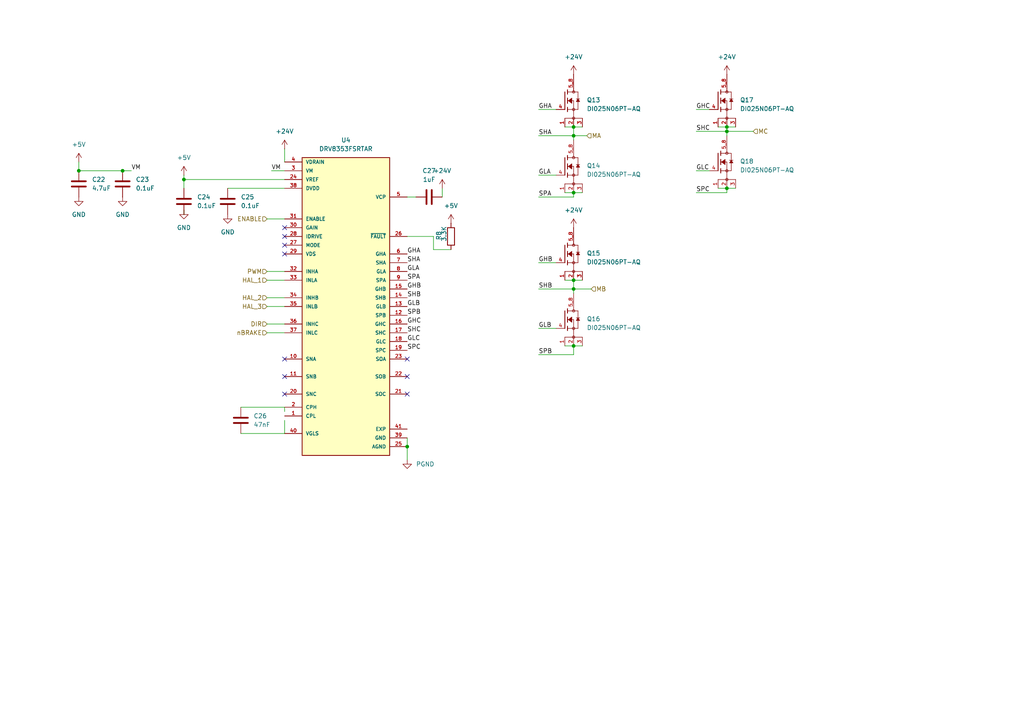
<source format=kicad_sch>
(kicad_sch (version 20231120) (generator "eeschema") (generator_version "8.0")
  (paper "A4")
  (lib_symbols
    (symbol "DI025N06PT-AQ:DI025N06PT-AQ" (pin_names (offset 1.016))
      (property "Reference" "Q" (at 5.08 1.27 0))
      (property "Value" "DI025N06PT-AQ" (at 5.08 -1.27 0))
      (symbol "DI025N06PT-AQ_0_0"
        (polyline (pts (xy 0 -5.08) (xy 2.54 -5.08)) (stroke (width 0.1524)))
        (polyline (pts (xy 0 2.54) (xy 0 -2.54)) (stroke (width 0.254)))
        (polyline (pts (xy 0.762 -2.54) (xy 0.762 -3.175)) (stroke (width 0.254)))
        (polyline (pts (xy 0.762 -1.905) (xy 0.762 -2.54)) (stroke (width 0.254)))
        (polyline (pts (xy 0.762 0) (xy 0.762 -0.762)) (stroke (width 0.254)))
        (polyline (pts (xy 0.762 0) (xy 2.54 0)) (stroke (width 0.1524)))
        (polyline (pts (xy 0.762 0.762) (xy 0.762 0)) (stroke (width 0.254)))
        (polyline (pts (xy 0.762 2.54) (xy 0.762 1.905)) (stroke (width 0.254)))
        (polyline (pts (xy 0.762 2.54) (xy 3.81 2.54)) (stroke (width 0.1524)))
        (polyline (pts (xy 0.762 3.175) (xy 0.762 2.54)) (stroke (width 0.254)))
        (polyline (pts (xy 2.54 -5.08) (xy 5.08 -5.08)) (stroke (width 0.1524)))
        (polyline (pts (xy 2.54 -2.54) (xy 0.762 -2.54)) (stroke (width 0.1524)))
        (polyline (pts (xy 2.54 -2.54) (xy 2.54 -5.08)) (stroke (width 0.1524)))
        (polyline (pts (xy 2.54 -2.54) (xy 3.81 -2.54)) (stroke (width 0.1524)))
        (polyline (pts (xy 2.54 0) (xy 2.54 -2.54)) (stroke (width 0.1524)))
        (polyline (pts (xy 3.81 0.508) (xy 3.302 0.508)) (stroke (width 0.1524)))
        (polyline (pts (xy 3.81 0.508) (xy 3.81 -2.54)) (stroke (width 0.1524)))
        (polyline (pts (xy 3.81 2.54) (xy 3.81 0.508)) (stroke (width 0.1524)))
        (polyline (pts (xy 4.318 0.508) (xy 3.81 0.508)) (stroke (width 0.1524)))
        (polyline (pts (xy 1.016 0) (xy 2.032 0.762) (xy 2.032 -0.762) (xy 1.016 0)) (stroke (width 0.1524)) (fill (type outline)))
        (polyline (pts (xy 3.81 0.508) (xy 3.302 -0.254) (xy 4.318 -0.254) (xy 3.81 0.508)) (stroke (width 0.1524)) (fill (type outline)))
        (circle (center 2.54 -5.08) (radius 0.3592))
        (circle (center 2.54 -2.54) (radius 0.3592))
        (circle (center 2.54 2.54) (radius 0.3592))
        (pin passive line (at 0 -7.62 90) (length 2.54) (name "~") (number "1"))
        (pin passive line (at 2.54 -7.62 90) (length 2.54) (name "~") (number "2"))
        (pin passive line (at 5.08 -7.62 90) (length 2.54) (name "~") (number "3"))
        (pin passive line (at -2.54 -2.54 0) (length 2.54) (name "~") (number "4"))
        (pin passive line (at 2.54 7.62 270) (length 5.08) (name "~") (number "5_8"))
      )
    )
    (symbol "DRV8353HRTAT:DRV8353HRTAT" (pin_names (offset 1.016))
      (property "Reference" "U3" (at 0 48.26 0))
      (property "Value" "DRV8353FSRTAR" (at 0 45.72 0))
      (symbol "DRV8353HRTAT_0_0"
        (rectangle (start -12.7 43.18) (end 12.7 -43.18) (stroke (width 0.254)) (fill (type background)))
        (pin passive line (at -17.78 -31.75 0) (length 5.08) (name "CPL") (number "1"))
        (pin input line (at -17.78 -15.24 0) (length 5.08) (name "SNA") (number "10"))
        (pin input line (at -17.78 -20.32 0) (length 5.08) (name "SNB") (number "11"))
        (pin input line (at 17.78 -2.54 180) (length 5.08) (name "SPB") (number "12"))
        (pin output line (at 17.78 0 180) (length 5.08) (name "GLB") (number "13"))
        (pin input line (at 17.78 2.54 180) (length 5.08) (name "SHB") (number "14"))
        (pin output line (at 17.78 5.08 180) (length 5.08) (name "GHB") (number "15"))
        (pin output line (at 17.78 -5.08 180) (length 5.08) (name "GHC") (number "16"))
        (pin input line (at 17.78 -7.62 180) (length 5.08) (name "SHC") (number "17"))
        (pin output line (at 17.78 -10.16 180) (length 5.08) (name "GLC") (number "18"))
        (pin input line (at 17.78 -12.7 180) (length 5.08) (name "SPC") (number "19"))
        (pin passive line (at -17.78 -29.21 0) (length 5.08) (name "CPH") (number "2"))
        (pin input line (at -17.78 -25.4 0) (length 5.08) (name "SNC") (number "20"))
        (pin output line (at 17.78 -25.4 180) (length 5.08) (name "SOC") (number "21"))
        (pin output line (at 17.78 -20.32 180) (length 5.08) (name "SOB") (number "22"))
        (pin output line (at 17.78 -15.24 180) (length 5.08) (name "SOA") (number "23"))
        (pin power_in line (at -17.78 36.83 0) (length 5.08) (name "VREF") (number "24"))
        (pin power_in line (at 17.78 -40.64 180) (length 5.08) (name "AGND") (number "25"))
        (pin output line (at 17.78 20.32 180) (length 5.08) (name "~{FAULT}") (number "26"))
        (pin input line (at -17.78 17.78 0) (length 5.08) (name "MODE") (number "27"))
        (pin input line (at -17.78 20.32 0) (length 5.08) (name "IDRIVE") (number "28"))
        (pin input line (at -17.78 15.24 0) (length 5.08) (name "VDS") (number "29"))
        (pin power_in line (at -17.78 39.37 0) (length 5.08) (name "VM") (number "3"))
        (pin input line (at -17.78 22.86 0) (length 5.08) (name "GAIN") (number "30"))
        (pin input line (at -17.78 25.4 0) (length 5.08) (name "ENABLE") (number "31"))
        (pin input line (at -17.78 10.16 0) (length 5.08) (name "INHA") (number "32"))
        (pin input line (at -17.78 7.62 0) (length 5.08) (name "INLA") (number "33"))
        (pin input line (at -17.78 2.54 0) (length 5.08) (name "INHB") (number "34"))
        (pin input line (at -17.78 0 0) (length 5.08) (name "INLB") (number "35"))
        (pin input line (at -17.78 -5.08 0) (length 5.08) (name "INHC") (number "36"))
        (pin input line (at -17.78 -7.62 0) (length 5.08) (name "INLC") (number "37"))
        (pin power_in line (at -17.78 34.29 0) (length 5.08) (name "DVDD") (number "38"))
        (pin power_in line (at 17.78 -38.1 180) (length 5.08) (name "GND") (number "39"))
        (pin input line (at -17.78 41.91 0) (length 5.08) (name "VDRAIN") (number "4"))
        (pin output line (at -17.78 -36.83 0) (length 5.08) (name "VGLS") (number "40"))
        (pin power_in line (at 17.78 -35.56 180) (length 5.08) (name "EXP") (number "41"))
        (pin output line (at 17.78 31.75 180) (length 5.08) (name "VCP") (number "5"))
        (pin output line (at 17.78 15.24 180) (length 5.08) (name "GHA") (number "6"))
        (pin input line (at 17.78 12.7 180) (length 5.08) (name "SHA") (number "7"))
        (pin output line (at 17.78 10.16 180) (length 5.08) (name "GLA") (number "8"))
        (pin input line (at 17.78 7.62 180) (length 5.08) (name "SPA") (number "9"))
      )
    )
    (symbol "Device:C" (pin_numbers hide) (pin_names (offset 0.254))
      (property "Reference" "C" (at 0.635 2.54 0))
      (property "Value" "C" (at 0.635 -2.54 0))
      (symbol "C_0_1"
        (polyline (pts (xy -2.032 -0.762) (xy 2.032 -0.762)) (stroke (width 0.508)))
        (polyline (pts (xy -2.032 0.762) (xy 2.032 0.762)) (stroke (width 0.508)))
      )
      (symbol "C_1_1"
        (pin passive line (at 0 3.81 270) (length 2.794) (name "~") (number "1"))
        (pin passive line (at 0 -3.81 90) (length 2.794) (name "~") (number "2"))
      )
    )
    (symbol "Device:R" (pin_numbers hide) (pin_names (offset 0))
      (property "Reference" "R" (at 2.032 0 90))
      (property "Value" "R" (at 0 0 90))
      (symbol "R_0_1"
        (rectangle (start -1.016 -2.54) (end 1.016 2.54) (stroke (width 0.254)))
      )
      (symbol "R_1_1"
        (pin passive line (at 0 3.81 270) (length 1.27) (name "~") (number "1"))
        (pin passive line (at 0 -3.81 90) (length 1.27) (name "~") (number "2"))
      )
    )
    (symbol "power:+5V" (power) (pin_numbers hide) (pin_names (offset 0) hide)
      (property "Value" "+5V" (at 0 3.556 0))
      (symbol "+5V_0_1"
        (polyline (pts (xy -0.762 1.27) (xy 0 2.54)))
        (polyline (pts (xy 0 0) (xy 0 2.54)))
        (polyline (pts (xy 0 2.54) (xy 0.762 1.27)))
      )
      (symbol "+5V_1_1"
        (pin power_in line (at 0 0 90) (length 0) (name "~") (number "1"))
      )
    )
    (symbol "power:GND" (power) (pin_numbers hide) (pin_names (offset 0) hide)
      (property "Value" "GND" (at 0 -3.81 0))
      (symbol "GND_0_1"
        (polyline (pts (xy 0 0) (xy 0 -1.27) (xy 1.27 -1.27) (xy 0 -2.54) (xy -1.27 -1.27) (xy 0 -1.27)))
      )
      (symbol "GND_1_1"
        (pin power_in line (at 0 0 270) (length 0) (name "~") (number "1"))
      )
    )
    (symbol "power:VDD" (power) (pin_numbers hide) (pin_names (offset 0) hide)
      (property "Value" "VDD" (at 0 3.556 0))
      (symbol "VDD_0_1"
        (polyline (pts (xy -0.762 1.27) (xy 0 2.54)))
        (polyline (pts (xy 0 0) (xy 0 2.54)))
        (polyline (pts (xy 0 2.54) (xy 0.762 1.27)))
      )
      (symbol "VDD_1_1"
        (pin power_in line (at 0 0 90) (length 0) (name "~") (number "1"))
      )
    )
  )
  (junction (at 166.37 83.82))
  (junction (at 166.37 81.28))
  (junction (at 166.37 100.33))
  (junction (at 22.86 49.53))
  (junction (at 166.37 55.88))
  (junction (at 210.82 38.1))
  (junction (at 210.82 36.83))
  (junction (at 53.34 52.07))
  (junction (at 35.56 49.53))
  (junction (at 166.37 39.37))
  (junction (at 118.11 129.54))
  (junction (at 210.82 54.61))
  (junction (at 166.37 36.83))
  (no_connect (at 118.11 104.14))
  (no_connect (at 118.11 109.22))
  (no_connect (at 118.11 114.3))
  (no_connect (at 82.55 66.04))
  (no_connect (at 82.55 73.66))
  (no_connect (at 82.55 109.22))
  (no_connect (at 82.55 71.12))
  (no_connect (at 82.55 68.58))
  (no_connect (at 82.55 114.3))
  (no_connect (at 82.55 104.14))
  (wire (pts (xy 69.85 125.73) (xy 82.55 125.73)))
  (wire (pts (xy 166.37 100.33) (xy 166.37 102.87)))
  (wire (pts (xy 213.36 36.83) (xy 210.82 36.83)))
  (wire (pts (xy 53.34 50.8) (xy 53.34 52.07)))
  (wire (pts (xy 163.83 55.88) (xy 166.37 55.88)))
  (wire (pts (xy 166.37 55.88) (xy 168.91 55.88)))
  (wire (pts (xy 156.21 76.2) (xy 161.29 76.2)))
  (wire (pts (xy 166.37 81.28) (xy 168.91 81.28)))
  (wire (pts (xy 210.82 54.61) (xy 210.82 55.88)))
  (wire (pts (xy 69.85 118.11) (xy 82.55 118.11)))
  (wire (pts (xy 130.81 72.39) (xy 125.73 72.39)))
  (wire (pts (xy 156.21 31.75) (xy 161.29 31.75)))
  (wire (pts (xy 208.28 54.61) (xy 210.82 54.61)))
  (wire (pts (xy 82.55 121.92) (xy 82.55 125.73)))
  (wire (pts (xy 118.11 57.15) (xy 120.65 57.15)))
  (wire (pts (xy 166.37 39.37) (xy 166.37 40.64)))
  (wire (pts (xy 166.37 100.33) (xy 168.91 100.33)))
  (wire (pts (xy 201.93 31.75) (xy 205.74 31.75)))
  (wire (pts (xy 53.34 52.07) (xy 82.55 52.07)))
  (wire (pts (xy 77.47 88.9) (xy 82.55 88.9)))
  (wire (pts (xy 201.93 49.53) (xy 205.74 49.53)))
  (wire (pts (xy 210.82 38.1) (xy 218.44 38.1)))
  (wire (pts (xy 156.21 57.15) (xy 166.37 57.15)))
  (wire (pts (xy 163.83 81.28) (xy 166.37 81.28)))
  (wire (pts (xy 82.55 118.11) (xy 82.55 119.38)))
  (wire (pts (xy 22.86 49.53) (xy 35.56 49.53)))
  (wire (pts (xy 156.21 102.87) (xy 166.37 102.87)))
  (wire (pts (xy 156.21 95.25) (xy 161.29 95.25)))
  (wire (pts (xy 166.37 83.82) (xy 166.37 85.09)))
  (wire (pts (xy 77.47 81.28) (xy 82.55 81.28)))
  (wire (pts (xy 77.47 96.52) (xy 82.55 96.52)))
  (wire (pts (xy 118.11 127) (xy 118.11 129.54)))
  (wire (pts (xy 166.37 81.28) (xy 166.37 83.82)))
  (wire (pts (xy 166.37 83.82) (xy 171.45 83.82)))
  (wire (pts (xy 156.21 39.37) (xy 166.37 39.37)))
  (wire (pts (xy 166.37 36.83) (xy 168.91 36.83)))
  (wire (pts (xy 210.82 36.83) (xy 210.82 38.1)))
  (wire (pts (xy 118.11 129.54) (xy 118.11 133.35)))
  (wire (pts (xy 77.47 78.74) (xy 82.55 78.74)))
  (wire (pts (xy 156.21 50.8) (xy 161.29 50.8)))
  (wire (pts (xy 210.82 36.83) (xy 208.28 36.83)))
  (wire (pts (xy 35.56 49.53) (xy 38.1 49.53)))
  (wire (pts (xy 125.73 72.39) (xy 125.73 68.58)))
  (wire (pts (xy 77.47 63.5) (xy 82.55 63.5)))
  (wire (pts (xy 210.82 38.1) (xy 210.82 39.37)))
  (wire (pts (xy 166.37 55.88) (xy 166.37 57.15)))
  (wire (pts (xy 125.73 68.58) (xy 118.11 68.58)))
  (wire (pts (xy 66.04 54.61) (xy 82.55 54.61)))
  (wire (pts (xy 163.83 36.83) (xy 166.37 36.83)))
  (wire (pts (xy 201.93 38.1) (xy 210.82 38.1)))
  (wire (pts (xy 77.47 93.98) (xy 82.55 93.98)))
  (wire (pts (xy 201.93 55.88) (xy 210.82 55.88)))
  (wire (pts (xy 82.55 43.18) (xy 82.55 46.99)))
  (wire (pts (xy 77.47 86.36) (xy 82.55 86.36)))
  (wire (pts (xy 156.21 83.82) (xy 166.37 83.82)))
  (wire (pts (xy 53.34 62.23) (xy 53.34 60.96)))
  (wire (pts (xy 166.37 39.37) (xy 170.18 39.37)))
  (wire (pts (xy 166.37 100.33) (xy 163.83 100.33)))
  (wire (pts (xy 78.74 49.53) (xy 82.55 49.53)))
  (wire (pts (xy 210.82 54.61) (xy 213.36 54.61)))
  (wire (pts (xy 128.27 54.61) (xy 128.27 57.15)))
  (wire (pts (xy 166.37 36.83) (xy 166.37 39.37)))
  (wire (pts (xy 53.34 52.07) (xy 53.34 54.61)))
  (wire (pts (xy 22.86 46.99) (xy 22.86 49.53)))
  (label "SHC" (at 118.11 96.52 0))
  (label "GHC" (at 201.93 31.75 0))
  (label "GHA" (at 156.21 31.75 0))
  (label "SPB" (at 118.11 91.44 0))
  (label "GLC" (at 118.11 99.06 0))
  (label "GHB" (at 118.11 83.82 0))
  (label "GLB" (at 156.21 95.25 0))
  (label "SPA" (at 118.11 81.28 0))
  (label "GHA" (at 118.11 73.66 0))
  (label "SHB" (at 156.21 83.82 0))
  (label "GLA" (at 156.21 50.8 0))
  (label "VM" (at 78.74 49.53 0))
  (label "SHC" (at 201.93 38.1 0))
  (label "SHA" (at 156.21 39.37 0))
  (label "SPA" (at 156.21 57.15 0))
  (label "VM" (at 38.1 49.53 0))
  (label "GLA" (at 118.11 78.74 0))
  (label "GHC" (at 118.11 93.98 0))
  (label "SHB" (at 118.11 86.36 0))
  (label "GHB" (at 156.21 76.2 0))
  (label "SPC" (at 118.11 101.6 0))
  (label "SPC" (at 201.93 55.88 0))
  (label "SPB" (at 156.21 102.87 0))
  (label "GLB" (at 118.11 88.9 0))
  (label "GLC" (at 201.93 49.53 0))
  (label "SHA" (at 118.11 76.2 0))
  (hierarchical_label "PWM" (shape input) (at 77.47 78.74 180))
  (hierarchical_label "HAL_3" (shape input) (at 77.47 88.9 180))
  (hierarchical_label "nBRAKE" (shape input) (at 77.47 96.52 180))
  (hierarchical_label "MA" (shape input) (at 170.18 39.37 0))
  (hierarchical_label "MC" (shape input) (at 218.44 38.1 0))
  (hierarchical_label "HAL_2" (shape input) (at 77.47 86.36 180))
  (hierarchical_label "MB" (shape input) (at 171.45 83.82 0))
  (hierarchical_label "ENABLE" (shape input) (at 77.47 63.5 180))
  (hierarchical_label "HAL_1" (shape input) (at 77.47 81.28 180))
  (hierarchical_label "DIR" (shape input) (at 77.47 93.98 180))
  (symbol (lib_id "DI025N06PT-AQ:DI025N06PT-AQ") (at 163.83 29.21 0) (unit 1)
    (property "Reference" "Q13" (at 170.18 29.0085 0) (effects (justify left)))
    (property "Value" "DI025N06PT-AQ" (at 170.18 31.5485 0) (effects (justify left)))
    (property "Footprint" "DI025N06PT-AQ:TRANS_DI025N06PT-AQ" (effects (hide yes)))
    (property "MF" "Diotec Semiconductor" (effects (hide yes)))
    (property "MAXIMUM_PACKAGE_HEIGHT" "0.9mm" (effects (hide yes)))
    (property "Package" "POWERQFN 3X3 Diotec" (effects (hide yes)))
    (property "Price" "None" (effects (hide yes)))
    (property "Check_prices" "https://www.snapeda.com/parts/DI025N06PT-AQ/Diotec/view-part/?ref=eda" (effects (hide yes)))
    (property "STANDARD" "Manufacturer Recommendations" (effects (hide yes)))
    (property "PARTREV" "2024-05-24" (effects (hide yes)))
    (property "SnapEDA_Link" "https://www.snapeda.com/parts/DI025N06PT-AQ/Diotec/view-part/?ref=snap" (effects (hide yes)))
    (property "MP" "DI025N06PT-AQ" (effects (hide yes)))
    (property "Description_1" "\n                        \n                            MOSFET, PowerQFN 3x3, N, 65V, 25A, 0.02Ω, 150°C, AEC-Q101\n                        \n" (effects (hide yes)))
    (property "Availability" "In Stock" (effects (hide yes)))
    (property "MANUFACTURER" "Diotec Semiconductor" (effects (hide yes)))
    (instances (project "Wheelbase" (path "" (reference "Q13") (unit 1)) (path "" (reference "Q1") (unit 1)) (path "" (reference "Q7") (unit 1))))
  )
  (symbol (lib_id "Device:C") (at 66.04 58.42 0) (unit 1)
    (property "Reference" "C25" (at 69.85 57.1499 0) (effects (justify left)))
    (property "Value" "0.1uF" (at 69.85 59.6899 0) (effects (justify left)))
    (property "Footprint" "Capacitor_SMD:C_0603_1608Metric_Pad1.08x0.95mm_HandSolder" (effects (hide yes)))
    (property "Description" "Unpolarized capacitor" (effects (hide yes)))
    (instances (project "Wheelbase" (path "" (reference "C25") (unit 1)) (path "" (reference "C7") (unit 1)) (path "" (reference "C19") (unit 1))))
  )
  (symbol (lib_id "DI025N06PT-AQ:DI025N06PT-AQ") (at 163.83 73.66 0) (unit 1)
    (property "Reference" "Q15" (at 170.18 73.4585 0) (effects (justify left)))
    (property "Value" "DI025N06PT-AQ" (at 170.18 75.9985 0) (effects (justify left)))
    (property "Footprint" "DI025N06PT-AQ:TRANS_DI025N06PT-AQ" (effects (hide yes)))
    (property "MF" "Diotec Semiconductor" (effects (hide yes)))
    (property "MAXIMUM_PACKAGE_HEIGHT" "0.9mm" (effects (hide yes)))
    (property "Package" "POWERQFN 3X3 Diotec" (effects (hide yes)))
    (property "Price" "None" (effects (hide yes)))
    (property "Check_prices" "https://www.snapeda.com/parts/DI025N06PT-AQ/Diotec/view-part/?ref=eda" (effects (hide yes)))
    (property "STANDARD" "Manufacturer Recommendations" (effects (hide yes)))
    (property "PARTREV" "2024-05-24" (effects (hide yes)))
    (property "SnapEDA_Link" "https://www.snapeda.com/parts/DI025N06PT-AQ/Diotec/view-part/?ref=snap" (effects (hide yes)))
    (property "MP" "DI025N06PT-AQ" (effects (hide yes)))
    (property "Description_1" "\n                        \n                            MOSFET, PowerQFN 3x3, N, 65V, 25A, 0.02Ω, 150°C, AEC-Q101\n                        \n" (effects (hide yes)))
    (property "Availability" "In Stock" (effects (hide yes)))
    (property "MANUFACTURER" "Diotec Semiconductor" (effects (hide yes)))
    (instances (project "Wheelbase" (path "" (reference "Q15") (unit 1)) (path "" (reference "Q3") (unit 1)) (path "" (reference "Q9") (unit 1))))
  )
  (symbol (lib_id "power:VDD") (at 210.82 21.59 0) (unit 1)
    (property "Reference" "#PWR054" (effects (hide yes)))
    (property "Value" "+24V" (at 210.82 16.51 0))
    (property "Description" "Power symbol creates a global label with name \"VDD\"" (effects (hide yes)))
    (instances (project "Wheelbase" (path "" (reference "#PWR054") (unit 1)) (path "" (reference "#PWR014") (unit 1)) (path "" (reference "#PWR041") (unit 1))))
  )
  (symbol (lib_id "power:VDD") (at 128.27 54.61 0) (unit 1)
    (property "Reference" "#PWR050" (effects (hide yes)))
    (property "Value" "+24V" (at 128.27 49.53 0))
    (property "Description" "Power symbol creates a global label with name \"VDD\"" (effects (hide yes)))
    (instances (project "Wheelbase" (path "" (reference "#PWR050") (unit 1)) (path "" (reference "#PWR022") (unit 1)) (path "" (reference "#PWR037") (unit 1))))
  )
  (symbol (lib_id "DI025N06PT-AQ:DI025N06PT-AQ") (at 163.83 48.26 0) (unit 1)
    (property "Reference" "Q14" (at 170.18 48.0585 0) (effects (justify left)))
    (property "Value" "DI025N06PT-AQ" (at 170.18 50.5985 0) (effects (justify left)))
    (property "Footprint" "DI025N06PT-AQ:TRANS_DI025N06PT-AQ" (effects (hide yes)))
    (property "MF" "Diotec Semiconductor" (effects (hide yes)))
    (property "MAXIMUM_PACKAGE_HEIGHT" "0.9mm" (effects (hide yes)))
    (property "Package" "POWERQFN 3X3 Diotec" (effects (hide yes)))
    (property "Price" "None" (effects (hide yes)))
    (property "Check_prices" "https://www.snapeda.com/parts/DI025N06PT-AQ/Diotec/view-part/?ref=eda" (effects (hide yes)))
    (property "STANDARD" "Manufacturer Recommendations" (effects (hide yes)))
    (property "PARTREV" "2024-05-24" (effects (hide yes)))
    (property "SnapEDA_Link" "https://www.snapeda.com/parts/DI025N06PT-AQ/Diotec/view-part/?ref=snap" (effects (hide yes)))
    (property "MP" "DI025N06PT-AQ" (effects (hide yes)))
    (property "Description_1" "\n                        \n                            MOSFET, PowerQFN 3x3, N, 65V, 25A, 0.02Ω, 150°C, AEC-Q101\n                        \n" (effects (hide yes)))
    (property "Availability" "In Stock" (effects (hide yes)))
    (property "MANUFACTURER" "Diotec Semiconductor" (effects (hide yes)))
    (instances (project "Wheelbase" (path "" (reference "Q14") (unit 1)) (path "" (reference "Q2") (unit 1)) (path "" (reference "Q8") (unit 1))))
  )
  (symbol (lib_id "Device:C") (at 22.86 53.34 0) (unit 1)
    (property "Reference" "C22" (at 26.67 52.0699 0) (effects (justify left)))
    (property "Value" "4.7uF" (at 26.67 54.6099 0) (effects (justify left)))
    (property "Footprint" "Capacitor_SMD:C_0603_1608Metric_Pad1.08x0.95mm_HandSolder" (effects (hide yes)))
    (property "Description" "Unpolarized capacitor" (effects (hide yes)))
    (instances (project "Wheelbase" (path "" (reference "C22") (unit 1)) (path "" (reference "C4") (unit 1)) (path "" (reference "C16") (unit 1))))
  )
  (symbol (lib_id "power:GND") (at 53.34 60.96 0) (unit 1)
    (property "Reference" "#PWR046" (effects (hide yes)))
    (property "Value" "GND" (at 53.34 66.04 0))
    (property "Description" "Power symbol creates a global label with name \"GND\" , ground" (effects (hide yes)))
    (instances (project "Wheelbase" (path "" (reference "#PWR046") (unit 1)) (path "" (reference "#PWR019") (unit 1)) (path "" (reference "#PWR033") (unit 1))))
  )
  (symbol (lib_id "power:VDD") (at 166.37 66.04 0) (unit 1)
    (property "Reference" "#PWR053" (effects (hide yes)))
    (property "Value" "+24V" (at 166.37 60.96 0))
    (property "Description" "Power symbol creates a global label with name \"VDD\"" (effects (hide yes)))
    (instances (project "Wheelbase" (path "" (reference "#PWR053") (unit 1)) (path "" (reference "#PWR013") (unit 1)) (path "" (reference "#PWR040") (unit 1))))
  )
  (symbol (lib_id "DI025N06PT-AQ:DI025N06PT-AQ") (at 208.28 46.99 0) (unit 1)
    (property "Reference" "Q18" (at 214.63 46.7885 0) (effects (justify left)))
    (property "Value" "DI025N06PT-AQ" (at 214.63 49.3285 0) (effects (justify left)))
    (property "Footprint" "DI025N06PT-AQ:TRANS_DI025N06PT-AQ" (effects (hide yes)))
    (property "MF" "Diotec Semiconductor" (effects (hide yes)))
    (property "MAXIMUM_PACKAGE_HEIGHT" "0.9mm" (effects (hide yes)))
    (property "Package" "POWERQFN 3X3 Diotec" (effects (hide yes)))
    (property "Price" "None" (effects (hide yes)))
    (property "Check_prices" "https://www.snapeda.com/parts/DI025N06PT-AQ/Diotec/view-part/?ref=eda" (effects (hide yes)))
    (property "STANDARD" "Manufacturer Recommendations" (effects (hide yes)))
    (property "PARTREV" "2024-05-24" (effects (hide yes)))
    (property "SnapEDA_Link" "https://www.snapeda.com/parts/DI025N06PT-AQ/Diotec/view-part/?ref=snap" (effects (hide yes)))
    (property "MP" "DI025N06PT-AQ" (effects (hide yes)))
    (property "Description_1" "\n                        \n                            MOSFET, PowerQFN 3x3, N, 65V, 25A, 0.02Ω, 150°C, AEC-Q101\n                        \n" (effects (hide yes)))
    (property "Availability" "In Stock" (effects (hide yes)))
    (property "MANUFACTURER" "Diotec Semiconductor" (effects (hide yes)))
    (instances (project "Wheelbase" (path "" (reference "Q18") (unit 1)) (path "" (reference "Q6") (unit 1)) (path "" (reference "Q12") (unit 1))))
  )
  (symbol (lib_id "power:+5V") (at 130.81 64.77 0) (unit 1)
    (property "Reference" "#PWR051" (effects (hide yes)))
    (property "Value" "+5V" (at 130.81 59.69 0))
    (property "Description" "Power symbol creates a global label with name \"+5V\"" (effects (hide yes)))
    (instances (project "Wheelbase" (path "" (reference "#PWR051") (unit 1)) (path "" (reference "#PWR023") (unit 1)) (path "" (reference "#PWR038") (unit 1))))
  )
  (symbol (lib_id "DI025N06PT-AQ:DI025N06PT-AQ") (at 163.83 92.71 0) (unit 1)
    (property "Reference" "Q16" (at 170.18 92.5085 0) (effects (justify left)))
    (property "Value" "DI025N06PT-AQ" (at 170.18 95.0485 0) (effects (justify left)))
    (property "Footprint" "DI025N06PT-AQ:TRANS_DI025N06PT-AQ" (effects (hide yes)))
    (property "MF" "Diotec Semiconductor" (effects (hide yes)))
    (property "MAXIMUM_PACKAGE_HEIGHT" "0.9mm" (effects (hide yes)))
    (property "Package" "POWERQFN 3X3 Diotec" (effects (hide yes)))
    (property "Price" "None" (effects (hide yes)))
    (property "Check_prices" "https://www.snapeda.com/parts/DI025N06PT-AQ/Diotec/view-part/?ref=eda" (effects (hide yes)))
    (property "STANDARD" "Manufacturer Recommendations" (effects (hide yes)))
    (property "PARTREV" "2024-05-24" (effects (hide yes)))
    (property "SnapEDA_Link" "https://www.snapeda.com/parts/DI025N06PT-AQ/Diotec/view-part/?ref=snap" (effects (hide yes)))
    (property "MP" "DI025N06PT-AQ" (effects (hide yes)))
    (property "Description_1" "\n                        \n                            MOSFET, PowerQFN 3x3, N, 65V, 25A, 0.02Ω, 150°C, AEC-Q101\n                        \n" (effects (hide yes)))
    (property "Availability" "In Stock" (effects (hide yes)))
    (property "MANUFACTURER" "Diotec Semiconductor" (effects (hide yes)))
    (instances (project "Wheelbase" (path "" (reference "Q16") (unit 1)) (path "" (reference "Q4") (unit 1)) (path "" (reference "Q10") (unit 1))))
  )
  (symbol (lib_id "power:GND") (at 22.86 57.15 0) (unit 1)
    (property "Reference" "#PWR043" (effects (hide yes)))
    (property "Value" "GND" (at 22.86 62.23 0))
    (property "Description" "Power symbol creates a global label with name \"GND\" , ground" (effects (hide yes)))
    (instances (project "Wheelbase" (path "" (reference "#PWR043") (unit 1)) (path "" (reference "#PWR0102") (unit 1)) (path "" (reference "#PWR016") (unit 1))))
  )
  (symbol (lib_id "Device:C") (at 124.46 57.15 90) (unit 1)
    (property "Reference" "C27" (at 124.46 49.53 90))
    (property "Value" "1uF" (at 124.46 52.07 90))
    (property "Footprint" "Capacitor_SMD:C_0603_1608Metric_Pad1.08x0.95mm_HandSolder" (effects (hide yes)))
    (property "Description" "Unpolarized capacitor" (effects (hide yes)))
    (instances (project "Wheelbase" (path "" (reference "C27") (unit 1)) (path "" (reference "C9") (unit 1)) (path "" (reference "C21") (unit 1))))
  )
  (symbol (lib_id "Device:R") (at 130.81 68.58 180) (unit 1)
    (property "Reference" "R8" (at 127.254 68.326 90))
    (property "Value" "3.3K" (at 128.778 67.818 90))
    (property "Footprint" "Resistor_SMD:R_0603_1608Metric_Pad0.98x0.95mm_HandSolder" (effects (hide yes)))
    (property "Description" "Resistor" (effects (hide yes)))
    (instances (project "Wheelbase" (path "" (reference "R8") (unit 1)) (path "" (reference "R4") (unit 1)) (path "" (reference "R7") (unit 1))))
  )
  (symbol (lib_id "DRV8353HRTAT:DRV8353HRTAT") (at 100.33 88.9 0) (unit 1)
    (property "Reference" "U4" (at 100.33 40.64 0))
    (property "Value" "DRV8353FSRTAR" (at 100.33 43.18 0))
    (property "Footprint" "DRV8353HRTAT(1):QFN50P600X600X80-41N" (effects (hide yes)))
    (property "MF" "Texas Instruments" (effects (hide yes)))
    (property "MAXIMUM_PACKAGE_HEIGHT" "0.8 mm" (effects (hide yes)))
    (property "Package" "WQFN-40 Texas Instruments" (effects (hide yes)))
    (property "Price" "None" (effects (hide yes)))
    (property "Check_prices" "https://www.snapeda.com/parts/DRV8353HRTAT/Texas+Instruments/view-part/?ref=eda" (effects (hide yes)))
    (property "STANDARD" "IPC 7351B" (effects (hide yes)))
    (property "PARTREV" "A" (effects (hide yes)))
    (property "SnapEDA_Link" "https://www.snapeda.com/parts/DRV8353HRTAT/Texas+Instruments/view-part/?ref=snap" (effects (hide yes)))
    (property "MP" "DRV8353HRTAT" (effects (hide yes)))
    (property "Description_1" "\n                        \n                            102-V max 3-phase smart gate driver with current shunt amplifiers\n                        \n" (effects (hide yes)))
    (property "Availability" "In Stock" (effects (hide yes)))
    (property "MANUFACTURER" "Texas Instruments" (effects (hide yes)))
    (instances (project "Wheelbase" (path "" (reference "U4") (unit 1)) (path "" (reference "U2") (unit 1)) (path "" (reference "U3") (unit 1))))
  )
  (symbol (lib_id "Device:C") (at 35.56 53.34 0) (unit 1)
    (property "Reference" "C23" (at 39.37 52.0699 0) (effects (justify left)))
    (property "Value" "0.1uF" (at 39.37 54.6099 0) (effects (justify left)))
    (property "Footprint" "Capacitor_SMD:C_0603_1608Metric_Pad1.08x0.95mm_HandSolder" (effects (hide yes)))
    (property "Description" "Unpolarized capacitor" (effects (hide yes)))
    (instances (project "Wheelbase" (path "" (reference "C23") (unit 1)) (path "" (reference "C5") (unit 1)) (path "" (reference "C17") (unit 1))))
  )
  (symbol (lib_id "power:GND") (at 35.56 57.15 0) (unit 1)
    (property "Reference" "#PWR044" (effects (hide yes)))
    (property "Value" "GND" (at 35.56 62.23 0))
    (property "Description" "Power symbol creates a global label with name \"GND\" , ground" (effects (hide yes)))
    (instances (project "Wheelbase" (path "" (reference "#PWR044") (unit 1)) (path "" (reference "#PWR018") (unit 1)) (path "" (reference "#PWR017") (unit 1))))
  )
  (symbol (lib_id "power:+5V") (at 22.86 46.99 0) (unit 1)
    (property "Reference" "#PWR042" (effects (hide yes)))
    (property "Value" "+5V" (at 22.86 41.91 0))
    (property "Description" "Power symbol creates a global label with name \"+5V\"" (effects (hide yes)))
    (instances (project "Wheelbase" (path "" (reference "#PWR042") (unit 1)) (path "" (reference "#PWR0101") (unit 1)) (path "" (reference "#PWR012") (unit 1))))
  )
  (symbol (lib_id "power:+5V") (at 53.34 50.8 0) (unit 1)
    (property "Reference" "#PWR045" (effects (hide yes)))
    (property "Value" "+5V" (at 53.34 45.72 0))
    (property "Description" "Power symbol creates a global label with name \"+5V\"" (effects (hide yes)))
    (instances (project "Wheelbase" (path "" (reference "#PWR045") (unit 1)) (path "" (reference "#PWR020") (unit 1)) (path "" (reference "#PWR032") (unit 1))))
  )
  (symbol (lib_id "power:VDD") (at 82.55 43.18 0) (unit 1)
    (property "Reference" "#PWR048" (effects (hide yes)))
    (property "Value" "+24V" (at 82.55 38.1 0))
    (property "Description" "Power symbol creates a global label with name \"VDD\"" (effects (hide yes)))
    (instances (project "Wheelbase" (path "" (reference "#PWR048") (unit 1)) (path "" (reference "#PWR015") (unit 1)) (path "" (reference "#PWR035") (unit 1))))
  )
  (symbol (lib_id "DI025N06PT-AQ:DI025N06PT-AQ") (at 208.28 29.21 0) (unit 1)
    (property "Reference" "Q17" (at 214.63 29.0085 0) (effects (justify left)))
    (property "Value" "DI025N06PT-AQ" (at 214.63 31.5485 0) (effects (justify left)))
    (property "Footprint" "DI025N06PT-AQ:TRANS_DI025N06PT-AQ" (effects (hide yes)))
    (property "MF" "Diotec Semiconductor" (effects (hide yes)))
    (property "MAXIMUM_PACKAGE_HEIGHT" "0.9mm" (effects (hide yes)))
    (property "Package" "POWERQFN 3X3 Diotec" (effects (hide yes)))
    (property "Price" "None" (effects (hide yes)))
    (property "Check_prices" "https://www.snapeda.com/parts/DI025N06PT-AQ/Diotec/view-part/?ref=eda" (effects (hide yes)))
    (property "STANDARD" "Manufacturer Recommendations" (effects (hide yes)))
    (property "PARTREV" "2024-05-24" (effects (hide yes)))
    (property "SnapEDA_Link" "https://www.snapeda.com/parts/DI025N06PT-AQ/Diotec/view-part/?ref=snap" (effects (hide yes)))
    (property "MP" "DI025N06PT-AQ" (effects (hide yes)))
    (property "Description_1" "\n                        \n                            MOSFET, PowerQFN 3x3, N, 65V, 25A, 0.02Ω, 150°C, AEC-Q101\n                        \n" (effects (hide yes)))
    (property "Availability" "In Stock" (effects (hide yes)))
    (property "MANUFACTURER" "Diotec Semiconductor" (effects (hide yes)))
    (instances (project "Wheelbase" (path "" (reference "Q17") (unit 1)) (path "" (reference "Q5") (unit 1)) (path "" (reference "Q11") (unit 1))))
  )
  (symbol (lib_id "power:VDD") (at 166.37 21.59 0) (unit 1)
    (property "Reference" "#PWR052" (effects (hide yes)))
    (property "Value" "+24V" (at 166.37 16.51 0))
    (property "Description" "Power symbol creates a global label with name \"VDD\"" (effects (hide yes)))
    (instances (project "Wheelbase" (path "" (reference "#PWR052") (unit 1)) (path "" (reference "#PWR0103") (unit 1)) (path "" (reference "#PWR039") (unit 1))))
  )
  (symbol (lib_id "Device:C") (at 53.34 58.42 0) (unit 1)
    (property "Reference" "C24" (at 57.15 57.1499 0) (effects (justify left)))
    (property "Value" "0.1uF" (at 57.15 59.6899 0) (effects (justify left)))
    (property "Footprint" "Capacitor_SMD:C_0603_1608Metric_Pad1.08x0.95mm_HandSolder" (effects (hide yes)))
    (property "Description" "Unpolarized capacitor" (effects (hide yes)))
    (instances (project "Wheelbase" (path "" (reference "C24") (unit 1)) (path "" (reference "C6") (unit 1)) (path "" (reference "C18") (unit 1))))
  )
  (symbol (lib_id "Device:C") (at 69.85 121.92 0) (unit 1)
    (property "Reference" "C26" (at 73.5377 120.6499 0) (effects (justify left)))
    (property "Value" "47nF" (at 73.5377 123.1899 0) (effects (justify left)))
    (property "Footprint" "Capacitor_SMD:C_0603_1608Metric_Pad1.08x0.95mm_HandSolder" (effects (hide yes)))
    (property "Description" "Unpolarized capacitor" (effects (hide yes)))
    (instances (project "Wheelbase" (path "" (reference "C26") (unit 1)) (path "" (reference "C8") (unit 1)) (path "" (reference "C20") (unit 1))))
  )
  (symbol (lib_id "power:GND") (at 66.04 62.23 0) (unit 1)
    (property "Reference" "#PWR047" (effects (hide yes)))
    (property "Value" "GND" (at 66.04 67.31 0))
    (property "Description" "Power symbol creates a global label with name \"GND\" , ground" (effects (hide yes)))
    (instances (project "Wheelbase" (path "" (reference "#PWR047") (unit 1)) (path "" (reference "#PWR021") (unit 1)) (path "" (reference "#PWR034") (unit 1))))
  )
  (symbol (lib_id "power:GND") (at 118.11 133.35 0) (unit 1)
    (property "Reference" "#PWR049" (effects (hide yes)))
    (property "Value" "PGND" (at 120.65 134.6199 0) (effects (justify left)))
    (property "Description" "Power symbol creates a global label with name \"GND\" , ground" (effects (hide yes)))
    (instances (project "Wheelbase" (path "" (reference "#PWR049") (unit 1)) (path "" (reference "#PWR0104") (unit 1)) (path "" (reference "#PWR036") (unit 1))))
  )
)
</source>
